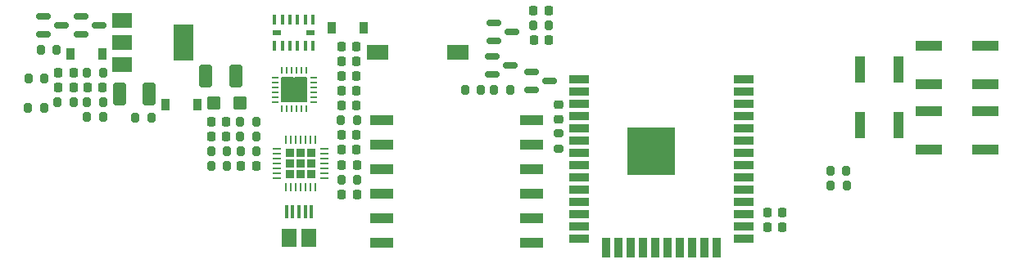
<source format=gbr>
%TF.GenerationSoftware,KiCad,Pcbnew,(6.0.2)*%
%TF.CreationDate,2022-03-31T19:26:31+11:00*%
%TF.ProjectId,Liaka_V3,4c69616b-615f-4563-932e-6b696361645f,2.0*%
%TF.SameCoordinates,Original*%
%TF.FileFunction,Paste,Top*%
%TF.FilePolarity,Positive*%
%FSLAX46Y46*%
G04 Gerber Fmt 4.6, Leading zero omitted, Abs format (unit mm)*
G04 Created by KiCad (PCBNEW (6.0.2)) date 2022-03-31 19:26:31*
%MOMM*%
%LPD*%
G01*
G04 APERTURE LIST*
G04 Aperture macros list*
%AMRoundRect*
0 Rectangle with rounded corners*
0 $1 Rounding radius*
0 $2 $3 $4 $5 $6 $7 $8 $9 X,Y pos of 4 corners*
0 Add a 4 corners polygon primitive as box body*
4,1,4,$2,$3,$4,$5,$6,$7,$8,$9,$2,$3,0*
0 Add four circle primitives for the rounded corners*
1,1,$1+$1,$2,$3*
1,1,$1+$1,$4,$5*
1,1,$1+$1,$6,$7*
1,1,$1+$1,$8,$9*
0 Add four rect primitives between the rounded corners*
20,1,$1+$1,$2,$3,$4,$5,0*
20,1,$1+$1,$4,$5,$6,$7,0*
20,1,$1+$1,$6,$7,$8,$9,0*
20,1,$1+$1,$8,$9,$2,$3,0*%
G04 Aperture macros list end*
%ADD10C,0.152400*%
%ADD11RoundRect,0.200000X-0.200000X-0.275000X0.200000X-0.275000X0.200000X0.275000X-0.200000X0.275000X0*%
%ADD12RoundRect,0.150000X-0.587500X-0.150000X0.587500X-0.150000X0.587500X0.150000X-0.587500X0.150000X0*%
%ADD13RoundRect,0.218750X-0.218750X-0.256250X0.218750X-0.256250X0.218750X0.256250X-0.218750X0.256250X0*%
%ADD14RoundRect,0.250000X-0.412500X-0.925000X0.412500X-0.925000X0.412500X0.925000X-0.412500X0.925000X0*%
%ADD15R,0.711200X0.254000*%
%ADD16R,0.254000X0.711200*%
%ADD17R,2.743200X2.641600*%
%ADD18RoundRect,0.225000X0.225000X0.250000X-0.225000X0.250000X-0.225000X-0.250000X0.225000X-0.250000X0*%
%ADD19RoundRect,0.200000X-0.275000X0.200000X-0.275000X-0.200000X0.275000X-0.200000X0.275000X0.200000X0*%
%ADD20RoundRect,0.225000X-0.225000X-0.250000X0.225000X-0.250000X0.225000X0.250000X-0.225000X0.250000X0*%
%ADD21R,0.900000X1.200000*%
%ADD22R,2.800000X1.000000*%
%ADD23RoundRect,0.225000X-0.225000X-0.225000X0.225000X-0.225000X0.225000X0.225000X-0.225000X0.225000X0*%
%ADD24RoundRect,0.062500X-0.337500X-0.062500X0.337500X-0.062500X0.337500X0.062500X-0.337500X0.062500X0*%
%ADD25RoundRect,0.062500X-0.062500X-0.337500X0.062500X-0.337500X0.062500X0.337500X-0.062500X0.337500X0*%
%ADD26RoundRect,0.200000X0.200000X0.275000X-0.200000X0.275000X-0.200000X-0.275000X0.200000X-0.275000X0*%
%ADD27R,1.000000X2.800000*%
%ADD28R,2.000000X1.500000*%
%ADD29R,2.000000X3.800000*%
%ADD30R,2.489200X0.990600*%
%ADD31RoundRect,0.225000X-0.250000X0.225000X-0.250000X-0.225000X0.250000X-0.225000X0.250000X0.225000X0*%
%ADD32R,0.449200X1.117800*%
%ADD33R,0.813000X0.500000*%
%ADD34R,2.200000X1.500000*%
%ADD35R,0.400000X1.350000*%
%ADD36R,1.500000X1.900000*%
%ADD37R,2.000000X0.900000*%
%ADD38R,0.900000X2.000000*%
%ADD39R,5.000000X5.000000*%
%ADD40RoundRect,0.250000X-0.450000X-0.425000X0.450000X-0.425000X0.450000X0.425000X-0.450000X0.425000X0*%
G04 APERTURE END LIST*
D10*
%TO.C,U10*%
X133704000Y-90298600D02*
X134875600Y-90298600D01*
X133704000Y-90498600D02*
X133704000Y-91619400D01*
X136247200Y-90498600D02*
X135075600Y-90498600D01*
X134875600Y-89177800D02*
X133704000Y-89177800D01*
X135075600Y-90298600D02*
X136247200Y-90298600D01*
X135075600Y-91619400D02*
X136247200Y-91619400D01*
X135075600Y-90498600D02*
X135075600Y-91619400D01*
X136247200Y-90298600D02*
X136247200Y-89177800D01*
X133704000Y-91619400D02*
X134875600Y-91619400D01*
X134875600Y-90298600D02*
X134875600Y-89177800D01*
X134875600Y-91619400D02*
X134875600Y-90498600D01*
X133704000Y-89177800D02*
X133704000Y-90298600D01*
X135075600Y-89177800D02*
X135075600Y-90298600D01*
X136247200Y-89177800D02*
X135075600Y-89177800D01*
X136247200Y-91619400D02*
X136247200Y-90498600D01*
X134875600Y-90498600D02*
X133704000Y-90498600D01*
%TD*%
D11*
%TO.C,R19*%
X126390400Y-96723200D03*
X128040400Y-96723200D03*
%TD*%
D12*
%TO.C,Q2*%
X109058000Y-82793800D03*
X109058000Y-84693800D03*
X110933000Y-83743800D03*
%TD*%
D13*
%TO.C,D5*%
X159728100Y-82194400D03*
X161303100Y-82194400D03*
%TD*%
D11*
%TO.C,R2*%
X113564400Y-93167200D03*
X115214400Y-93167200D03*
%TD*%
D12*
%TO.C,Q5*%
X159539700Y-88508800D03*
X159539700Y-90408800D03*
X161414700Y-89458800D03*
%TD*%
D14*
%TO.C,C8*%
X116902700Y-90830400D03*
X119977700Y-90830400D03*
%TD*%
D11*
%TO.C,R8*%
X108789200Y-86258400D03*
X110439200Y-86258400D03*
%TD*%
D15*
%TO.C,U10*%
X132981700Y-89148600D03*
X132981700Y-89648599D03*
X132981700Y-90148600D03*
X132981700Y-90648600D03*
X132981700Y-91148601D03*
X132981700Y-91648600D03*
D16*
X133725600Y-92392500D03*
X134225599Y-92392500D03*
X134725600Y-92392500D03*
X135225600Y-92392500D03*
X135725601Y-92392500D03*
X136225600Y-92392500D03*
D15*
X136969500Y-91648600D03*
X136969500Y-91148601D03*
X136969500Y-90648600D03*
X136969500Y-90148600D03*
X136969500Y-89648599D03*
X136969500Y-89148600D03*
D16*
X136225600Y-88404700D03*
X135725601Y-88404700D03*
X135225600Y-88404700D03*
X134725600Y-88404700D03*
X134225599Y-88404700D03*
X133725600Y-88404700D03*
D17*
X134975600Y-90398600D03*
%TD*%
D18*
%TO.C,C3*%
X141452600Y-101244400D03*
X139902600Y-101244400D03*
%TD*%
D19*
%TO.C,R13*%
X162331400Y-94895400D03*
X162331400Y-96545400D03*
%TD*%
D13*
%TO.C,D1*%
X139877700Y-98171000D03*
X141452700Y-98171000D03*
%TD*%
D20*
%TO.C,C7*%
X110604500Y-88595200D03*
X112154500Y-88595200D03*
%TD*%
%TO.C,C1*%
X139864800Y-85953600D03*
X141414800Y-85953600D03*
%TD*%
D21*
%TO.C,D3*%
X121641600Y-91948000D03*
X124941600Y-91948000D03*
%TD*%
D20*
%TO.C,C10*%
X110604500Y-90119200D03*
X112154500Y-90119200D03*
%TD*%
%TO.C,C13*%
X183870000Y-103124000D03*
X185420000Y-103124000D03*
%TD*%
D11*
%TO.C,R17*%
X129400800Y-93679800D03*
X131050800Y-93679800D03*
%TD*%
D22*
%TO.C,SW2*%
X200604800Y-92589600D03*
X206404800Y-92589600D03*
X200604800Y-96589600D03*
X206404800Y-96589600D03*
%TD*%
D23*
%TO.C,U8*%
X134516000Y-99164000D03*
X134516000Y-98044000D03*
X136756000Y-96924000D03*
X136756000Y-99164000D03*
X136756000Y-98044000D03*
X134516000Y-96924000D03*
X135636000Y-96924000D03*
X135636000Y-98044000D03*
X135636000Y-99164000D03*
D24*
X133186000Y-96544000D03*
X133186000Y-97044000D03*
X133186000Y-97544000D03*
X133186000Y-98044000D03*
X133186000Y-98544000D03*
X133186000Y-99044000D03*
X133186000Y-99544000D03*
D25*
X134136000Y-100494000D03*
X134636000Y-100494000D03*
X135136000Y-100494000D03*
X135636000Y-100494000D03*
X136136000Y-100494000D03*
X136636000Y-100494000D03*
X137136000Y-100494000D03*
D24*
X138086000Y-99544000D03*
X138086000Y-99044000D03*
X138086000Y-98544000D03*
X138086000Y-98044000D03*
X138086000Y-97544000D03*
X138086000Y-97044000D03*
X138086000Y-96544000D03*
D25*
X137136000Y-95594000D03*
X136636000Y-95594000D03*
X136136000Y-95594000D03*
X135636000Y-95594000D03*
X135136000Y-95594000D03*
X134636000Y-95594000D03*
X134136000Y-95594000D03*
%TD*%
D18*
%TO.C,C18*%
X141414800Y-90525600D03*
X139864800Y-90525600D03*
%TD*%
D26*
%TO.C,R9*%
X120217200Y-93268800D03*
X118567200Y-93268800D03*
%TD*%
D11*
%TO.C,R6*%
X113564400Y-91643200D03*
X115214400Y-91643200D03*
%TD*%
%TO.C,R14*%
X159690600Y-83718400D03*
X161340600Y-83718400D03*
%TD*%
%TO.C,R7*%
X110528600Y-91643200D03*
X112178600Y-91643200D03*
%TD*%
D22*
%TO.C,SW3*%
X200604800Y-89807800D03*
X206404800Y-89807800D03*
X206404800Y-85807800D03*
X200604800Y-85807800D03*
%TD*%
D11*
%TO.C,R18*%
X129426200Y-96723200D03*
X131076200Y-96723200D03*
%TD*%
D27*
%TO.C,SW4*%
X193478400Y-94086000D03*
X193478400Y-88286000D03*
X197478400Y-88286000D03*
X197478400Y-94086000D03*
%TD*%
D26*
%TO.C,R4*%
X109142800Y-92252800D03*
X107492800Y-92252800D03*
%TD*%
D28*
%TO.C,U7*%
X117208700Y-83221800D03*
X117208700Y-85521800D03*
D29*
X123508700Y-85521800D03*
D28*
X117208700Y-87821800D03*
%TD*%
D30*
%TO.C,U1*%
X144045400Y-93522800D03*
X144045400Y-96062800D03*
X144045400Y-98602800D03*
X144045400Y-101142800D03*
X144045400Y-103682800D03*
X144045400Y-106222800D03*
X159545400Y-106222800D03*
X159545400Y-103682800D03*
X159545400Y-101142800D03*
X159545400Y-98602800D03*
X159545400Y-96062800D03*
X159545400Y-93522800D03*
%TD*%
D12*
%TO.C,Q4*%
X155475700Y-86908600D03*
X155475700Y-88808600D03*
X157350700Y-87858600D03*
%TD*%
D21*
%TO.C,D4*%
X138837400Y-83997800D03*
X142137400Y-83997800D03*
%TD*%
D11*
%TO.C,R15*%
X190437000Y-100279200D03*
X192087000Y-100279200D03*
%TD*%
%TO.C,R16*%
X129400800Y-95199200D03*
X131050800Y-95199200D03*
%TD*%
%TO.C,R1*%
X139853400Y-99720400D03*
X141503400Y-99720400D03*
%TD*%
D20*
%TO.C,C19*%
X139864800Y-92049600D03*
X141414800Y-92049600D03*
%TD*%
%TO.C,C20*%
X139864800Y-87477600D03*
X141414800Y-87477600D03*
%TD*%
D18*
%TO.C,C2*%
X141414800Y-96621600D03*
X139864800Y-96621600D03*
%TD*%
D14*
%TO.C,C15*%
X125855400Y-88950800D03*
X128930400Y-88950800D03*
%TD*%
D20*
%TO.C,C12*%
X159753000Y-85242400D03*
X161303000Y-85242400D03*
%TD*%
D31*
%TO.C,C16*%
X162331400Y-91935000D03*
X162331400Y-93485000D03*
%TD*%
D13*
%TO.C,D6*%
X129489100Y-98272600D03*
X131064100Y-98272600D03*
%TD*%
D32*
%TO.C,U3*%
X136950201Y-83109499D03*
X136150200Y-83109499D03*
X135350199Y-83109499D03*
X134550201Y-83109499D03*
X133750200Y-83109499D03*
X132950201Y-83109499D03*
D33*
X133231702Y-84480400D03*
D32*
X132950199Y-85851301D03*
X133750200Y-85851301D03*
X134550201Y-85851301D03*
X135350199Y-85851301D03*
X136150200Y-85851301D03*
X136950199Y-85851301D03*
D33*
X136668698Y-84480400D03*
%TD*%
D12*
%TO.C,Q1*%
X112944200Y-82793800D03*
X112944200Y-84693800D03*
X114819200Y-83743800D03*
%TD*%
D34*
%TO.C,LS1*%
X151876400Y-86512400D03*
X143576400Y-86512400D03*
%TD*%
D18*
%TO.C,C9*%
X115164700Y-90119200D03*
X113614700Y-90119200D03*
%TD*%
D20*
%TO.C,C14*%
X183870000Y-104648000D03*
X185420000Y-104648000D03*
%TD*%
D35*
%TO.C,J5*%
X134183600Y-103033100D03*
X134833600Y-103033100D03*
X135483600Y-103033100D03*
X136133600Y-103033100D03*
X136783600Y-103033100D03*
D36*
X136483600Y-105733100D03*
X134483600Y-105733100D03*
%TD*%
D11*
%TO.C,R21*%
X190424800Y-98755200D03*
X192074800Y-98755200D03*
%TD*%
%TO.C,R10*%
X155664400Y-90373200D03*
X157314400Y-90373200D03*
%TD*%
D20*
%TO.C,C17*%
X139864800Y-89001600D03*
X141414800Y-89001600D03*
%TD*%
D11*
%TO.C,R5*%
X113552500Y-88595200D03*
X115202500Y-88595200D03*
%TD*%
%TO.C,R11*%
X152641800Y-90373200D03*
X154291800Y-90373200D03*
%TD*%
D26*
%TO.C,R12*%
X141464800Y-93573600D03*
X139814800Y-93573600D03*
%TD*%
D11*
%TO.C,R20*%
X126390400Y-98247200D03*
X128040400Y-98247200D03*
%TD*%
D20*
%TO.C,C4*%
X126428200Y-95199200D03*
X127978200Y-95199200D03*
%TD*%
D37*
%TO.C,U9*%
X164423200Y-89281000D03*
X164423200Y-90551000D03*
X164423200Y-91821000D03*
X164423200Y-93091000D03*
X164423200Y-94361000D03*
X164423200Y-95631000D03*
X164423200Y-96901000D03*
X164423200Y-98171000D03*
X164423200Y-99441000D03*
X164423200Y-100711000D03*
X164423200Y-101981000D03*
X164423200Y-103251000D03*
X164423200Y-104521000D03*
X164423200Y-105791000D03*
D38*
X167208200Y-106791000D03*
X168478200Y-106791000D03*
X169748200Y-106791000D03*
X171018200Y-106791000D03*
X172288200Y-106791000D03*
X173558200Y-106791000D03*
X174828200Y-106791000D03*
X176098200Y-106791000D03*
X177368200Y-106791000D03*
X178638200Y-106791000D03*
D37*
X181423200Y-105791000D03*
X181423200Y-104521000D03*
X181423200Y-103251000D03*
X181423200Y-101981000D03*
X181423200Y-100711000D03*
X181423200Y-99441000D03*
X181423200Y-98171000D03*
X181423200Y-96901000D03*
X181423200Y-95631000D03*
X181423200Y-94361000D03*
X181423200Y-93091000D03*
X181423200Y-91821000D03*
X181423200Y-90551000D03*
X181423200Y-89281000D03*
D39*
X171923200Y-96781000D03*
%TD*%
D11*
%TO.C,R3*%
X107531400Y-89255600D03*
X109181400Y-89255600D03*
%TD*%
D12*
%TO.C,Q6*%
X155628100Y-83428800D03*
X155628100Y-85328800D03*
X157503100Y-84378800D03*
%TD*%
D21*
%TO.C,D2*%
X111850700Y-86664800D03*
X115150700Y-86664800D03*
%TD*%
D18*
%TO.C,C11*%
X141414800Y-95097600D03*
X139864800Y-95097600D03*
%TD*%
D40*
%TO.C,C6*%
X126666000Y-91795600D03*
X129366000Y-91795600D03*
%TD*%
D20*
%TO.C,C5*%
X126415200Y-93675200D03*
X127965200Y-93675200D03*
%TD*%
M02*

</source>
